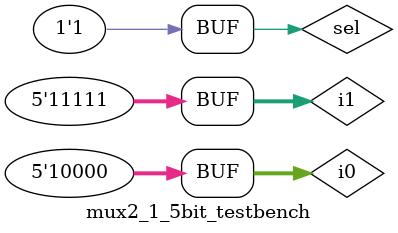
<source format=sv>
`timescale 1ns/10ps

module mux2_1_5bit (
	input logic [4:0] i0,    // 64-bit input 0
   input logic [4:0] i1,    // 64-bit input 1
   input logic sel,         // select line
   output logic [4:0] out    // 64-bit output
);
	logic [4:0] i0_sel;  // Result of ANDing 'a' with ~sel
   logic [4:0] i1_sel;  // Result of ANDing 'b' with sel
   logic sel_not;       // Inverted select line

   // NOT of the select signal
   not #(50ps) not1 (sel_not, sel);

   // AND i0 and i1 with their corresponding select lines
   genvar i;
	generate
		for (i = 0; i < 5; i = i + 1) begin : andloop
			and #(50ps) and1 (i0_sel[i], i0[i], sel_not);  // a AND ~sel
			and #(50ps) and2 (i1_sel[i], i1[i], sel);      // b AND sel
			or #(50ps) or1 (out[i], i0_sel[i], i1_sel[i]);  // Final OR operation
		end
	endgenerate
		
endmodule

module mux2_1_5bit_testbench ();
	logic [4:0] i0, i1, out;
	logic sel;
	
	mux2_1_5bit dut (.i0, .i1, .sel, .out);
	
	initial begin
		i0=5'd16; i1=5'd31; #10;
		sel=1'b0; #10;
		sel=1'b1; #10;
	end
endmodule
</source>
